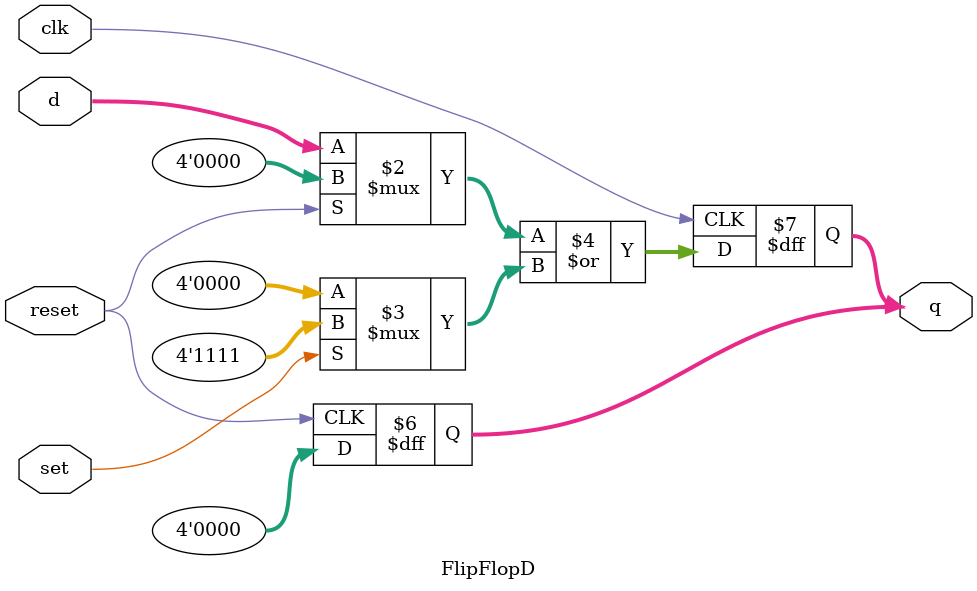
<source format=v>
module FlipFlopD(input wire [3:0] d,
                input wire clk, reset, set,
                output reg [3:0] q);
  always @ (posedge clk) q <= (reset ? 4'b0000 : d)
                            | (set ? 4'b1111 : 4'b0000);
  always @ ( posedge reset) q <= 4'b0000;
endmodule

</source>
